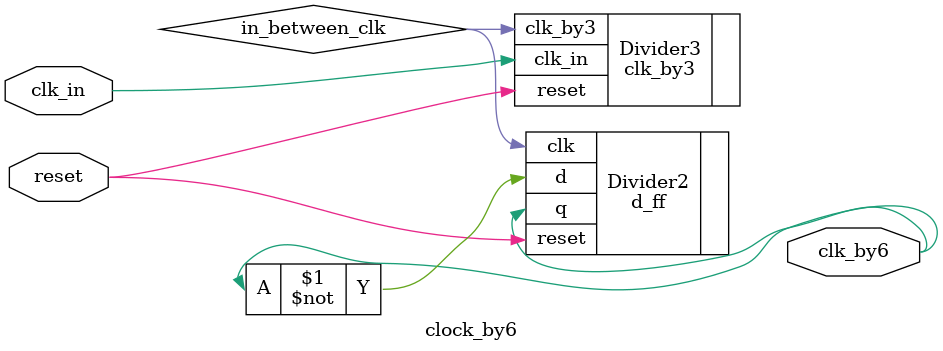
<source format=v>
`include "clock_by3.v"
`include "d_ff.v"
module clock_by6(

    input wire clk_in, reset,

    output wire clk_by6
    );

    wire in_between_clk;

    clk_by3 Divider3(
        .reset(reset), 
        .clk_in(clk_in), 
        .clk_by3(in_between_clk)
        );

    d_ff Divider2(
        .reset(reset), 
        .clk(in_between_clk), 
        .d(~clk_by6), 
        .q(clk_by6));

endmodule
</source>
